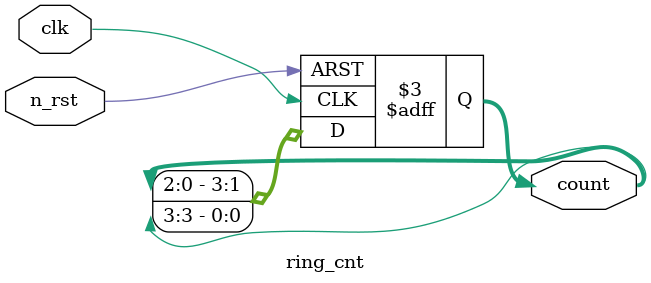
<source format=v>
module ring_cnt(
    input clk,
    input n_rst,
    output reg [3:0] count
);


always @(posedge clk or negedge n_rst) begin
    if(!n_rst) begin
        count <= 4'h00001;
    end 
    else begin 
        count <= {count[2:0], count[3]};
    end
    /*else (count == 4'h1111) begin
        count <= 4'h0000;
    end */

end



endmodule

</source>
